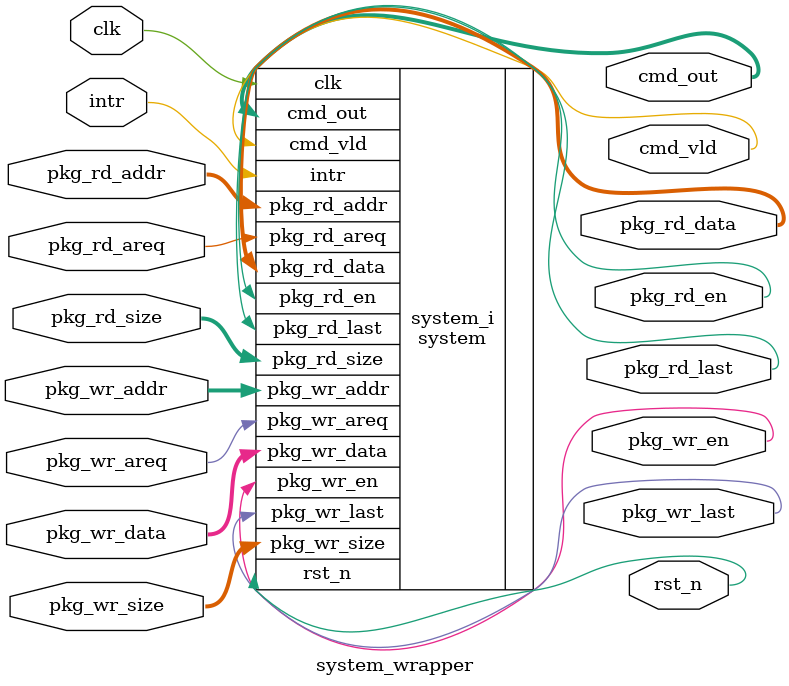
<source format=v>
`timescale 1 ps / 1 ps

module system_wrapper
   (clk,
    cmd_out,
    cmd_vld,
    intr,
    pkg_rd_addr,
    pkg_rd_areq,
    pkg_rd_data,
    pkg_rd_en,
    pkg_rd_last,
    pkg_rd_size,
    pkg_wr_addr,
    pkg_wr_areq,
    pkg_wr_data,
    pkg_wr_en,
    pkg_wr_last,
    pkg_wr_size,
    rst_n);
  input clk;
  output [127:0]cmd_out;
  output cmd_vld;
  input [0:0]intr;
  input [31:0]pkg_rd_addr;
  input pkg_rd_areq;
  output [127:0]pkg_rd_data;
  output pkg_rd_en;
  output pkg_rd_last;
  input [31:0]pkg_rd_size;
  input [31:0]pkg_wr_addr;
  input pkg_wr_areq;
  input [127:0]pkg_wr_data;
  output pkg_wr_en;
  output pkg_wr_last;
  input [31:0]pkg_wr_size;
  output [0:0]rst_n;

  wire clk;
  wire [127:0]cmd_out;
  wire cmd_vld;
  wire [0:0]intr;
  wire [31:0]pkg_rd_addr;
  wire pkg_rd_areq;
  wire [127:0]pkg_rd_data;
  wire pkg_rd_en;
  wire pkg_rd_last;
  wire [31:0]pkg_rd_size;
  wire [31:0]pkg_wr_addr;
  wire pkg_wr_areq;
  wire [127:0]pkg_wr_data;
  wire pkg_wr_en;
  wire pkg_wr_last;
  wire [31:0]pkg_wr_size;
  wire [0:0]rst_n;

  system system_i
       (.clk(clk),
        .cmd_out(cmd_out),
        .cmd_vld(cmd_vld),
        .intr(intr),
        .pkg_rd_addr(pkg_rd_addr),
        .pkg_rd_areq(pkg_rd_areq),
        .pkg_rd_data(pkg_rd_data),
        .pkg_rd_en(pkg_rd_en),
        .pkg_rd_last(pkg_rd_last),
        .pkg_rd_size(pkg_rd_size),
        .pkg_wr_addr(pkg_wr_addr),
        .pkg_wr_areq(pkg_wr_areq),
        .pkg_wr_data(pkg_wr_data),
        .pkg_wr_en(pkg_wr_en),
        .pkg_wr_last(pkg_wr_last),
        .pkg_wr_size(pkg_wr_size),
        .rst_n(rst_n));
endmodule

</source>
